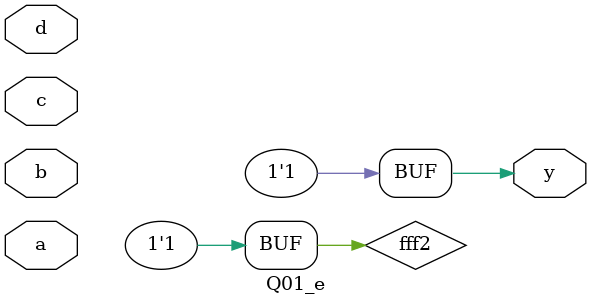
<source format=v>
module Q01_e (
    input a, b, c, d,
    output y
);
    wire w1, w2, w3, w4, w5, w6, w7, w8;
    wire n1, n2, n3, n4, n5, n6, n7, n8;
    
    // a'b'c'd' = NAND(NAND(a,a), NAND(b,b), NAND(c,c), NAND(d,d))
    wire na, nb, nc, nd;
    nand(na, a, a);
    nand(nb, b, b);
    nand(nc, c, c);
    nand(nd, d, d);
    
    // m0: a'b'c'd'
    wire m0_1, m0_2, m0_3;
    nand(m0_1, na, nb);
    nand(m0_2, nc, nd);
    nand(n1, m0_1, m0_1);
    nand(n2, m0_2, m0_2);
    nand(w1, n1, n2);
    
    // m1: a'b'c'd
    wire m1_1, m1_2, m1_3;
    nand(m1_1, na, nb);
    nand(m1_2, nc, d);
    nand(n3, m1_1, m1_1);
    nand(n4, m1_2, m1_2);
    nand(w2, n3, n4);
    
    // m2: a'bc'd'
    wire m2_1, m2_2, m2_3;
    nand(m2_1, na, b);
    nand(m2_2, nc, nd);
    nand(n5, m2_1, m2_1);
    nand(n6, m2_2, m2_2);
    nand(w3, n5, n6);
    
    // m4: a'bcd'
    wire m4_1, m4_2, m4_3;
    nand(m4_1, na, b);
    nand(m4_2, c, nd);
    nand(n7, m4_1, m4_1);
    nand(n8, m4_2, m4_2);
    nand(w4, n7, n8);
    
    // m8: ab'c'd'
    wire m8_1, m8_2, m8_3;
    nand(m8_1, a, nb);
    nand(m8_2, nc, nd);
    nand(w5, m8_1, m8_2);
    
    // m12: abc'd'
    wire m12_1, m12_2;
    nand(m12_1, a, b);
    nand(m12_2, nc, nd);
    nand(w6, m12_1, m12_2);
    
    // m14: abcd'
    wire m14_1, m14_2;
    nand(m14_1, a, b);
    nand(m14_2, c, nd);
    nand(w7, m14_1, m14_2);
    
    // m15: abcd
    wire m15_1, m15_2;
    nand(m15_1, a, b);
    nand(m15_2, c, d);
    nand(w8, m15_1, m15_2);
    
    // Combinando os mintermos
    wire or1, or2, or3, or4, or5, or6, or7;
    nand(or1, w1, w1);
    nand(or2, w2, w2);
    nand(or3, w3, w3);
    nand(or4, w4, w4);
    nand(or5, w5, w5);
    nand(or6, w6, w6);
    nand(or7, w7, w7);
    nand(n8, w8, w8);
    
    wire final1, final2, final3, final4;
    nand(final1, or1, or2);
    nand(final2, or3, or4);
    nand(final3, or5, or6);
    nand(final4, or7, n8);
    
    wire ff1, ff2;
    nand(ff1, final1, final1);
    nand(ff2, final2, final2);
    nand(final3, final3, final3);
    nand(final4, final4, final4);
    
    wire fff1, fff2;
    nand(fff1, ff1, ff2);
    nand(fff2, final3, final4);
    
    nand(fff1, fff1, fff1);
    nand(fff2, fff2, fff2);
    nand(y, fff1, fff2);

endmodule
</source>
